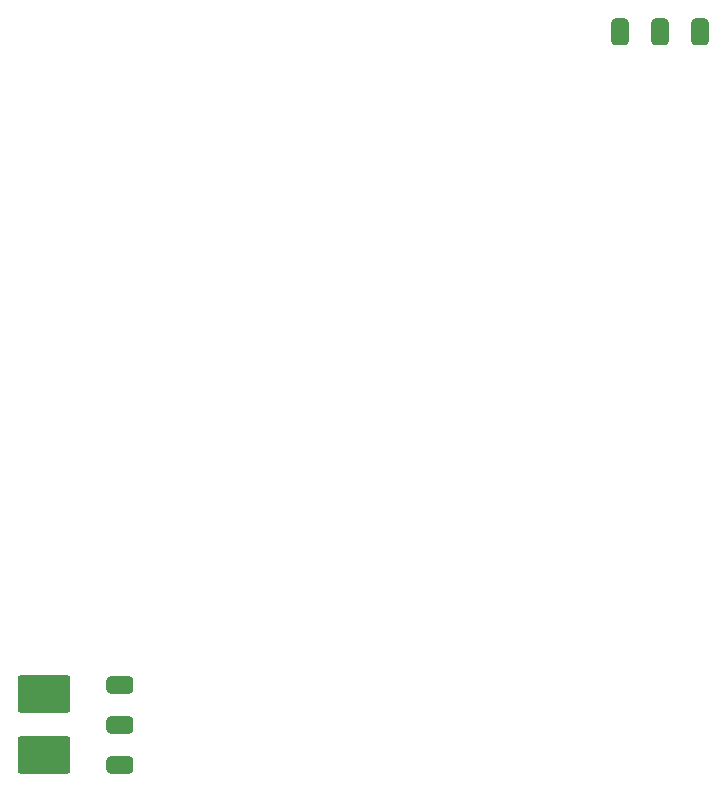
<source format=gbr>
%TF.GenerationSoftware,KiCad,Pcbnew,8.0.2*%
%TF.CreationDate,2024-06-16T11:23:50+08:00*%
%TF.ProjectId,transmitter,7472616e-736d-4697-9474-65722e6b6963,rev?*%
%TF.SameCoordinates,Original*%
%TF.FileFunction,Paste,Top*%
%TF.FilePolarity,Positive*%
%FSLAX46Y46*%
G04 Gerber Fmt 4.6, Leading zero omitted, Abs format (unit mm)*
G04 Created by KiCad (PCBNEW 8.0.2) date 2024-06-16 11:23:50*
%MOMM*%
%LPD*%
G01*
G04 APERTURE LIST*
G04 Aperture macros list*
%AMRoundRect*
0 Rectangle with rounded corners*
0 $1 Rounding radius*
0 $2 $3 $4 $5 $6 $7 $8 $9 X,Y pos of 4 corners*
0 Add a 4 corners polygon primitive as box body*
4,1,4,$2,$3,$4,$5,$6,$7,$8,$9,$2,$3,0*
0 Add four circle primitives for the rounded corners*
1,1,$1+$1,$2,$3*
1,1,$1+$1,$4,$5*
1,1,$1+$1,$6,$7*
1,1,$1+$1,$8,$9*
0 Add four rect primitives between the rounded corners*
20,1,$1+$1,$2,$3,$4,$5,0*
20,1,$1+$1,$4,$5,$6,$7,0*
20,1,$1+$1,$6,$7,$8,$9,0*
20,1,$1+$1,$8,$9,$2,$3,0*%
G04 Aperture macros list end*
%ADD10RoundRect,0.381000X0.381000X-0.762000X0.381000X0.762000X-0.381000X0.762000X-0.381000X-0.762000X0*%
%ADD11RoundRect,0.381000X-0.381000X0.762000X-0.381000X-0.762000X0.381000X-0.762000X0.381000X0.762000X0*%
%ADD12RoundRect,0.381000X0.762000X0.381000X-0.762000X0.381000X-0.762000X-0.381000X0.762000X-0.381000X0*%
%ADD13RoundRect,0.381000X-0.762000X-0.381000X0.762000X-0.381000X0.762000X0.381000X-0.762000X0.381000X0*%
%ADD14RoundRect,0.250000X-1.975000X1.350000X-1.975000X-1.350000X1.975000X-1.350000X1.975000X1.350000X0*%
G04 APERTURE END LIST*
D10*
%TO.C,SW2*%
X166000000Y-68000000D03*
D11*
X162600000Y-68000000D03*
D10*
X159200000Y-68000000D03*
%TD*%
D12*
%TO.C,SW1*%
X116900000Y-123250000D03*
D13*
X116900000Y-126650000D03*
D12*
X116900000Y-130050000D03*
%TD*%
D14*
%TO.C,BT1*%
X110400000Y-124000000D03*
X110400000Y-129200000D03*
%TD*%
M02*

</source>
